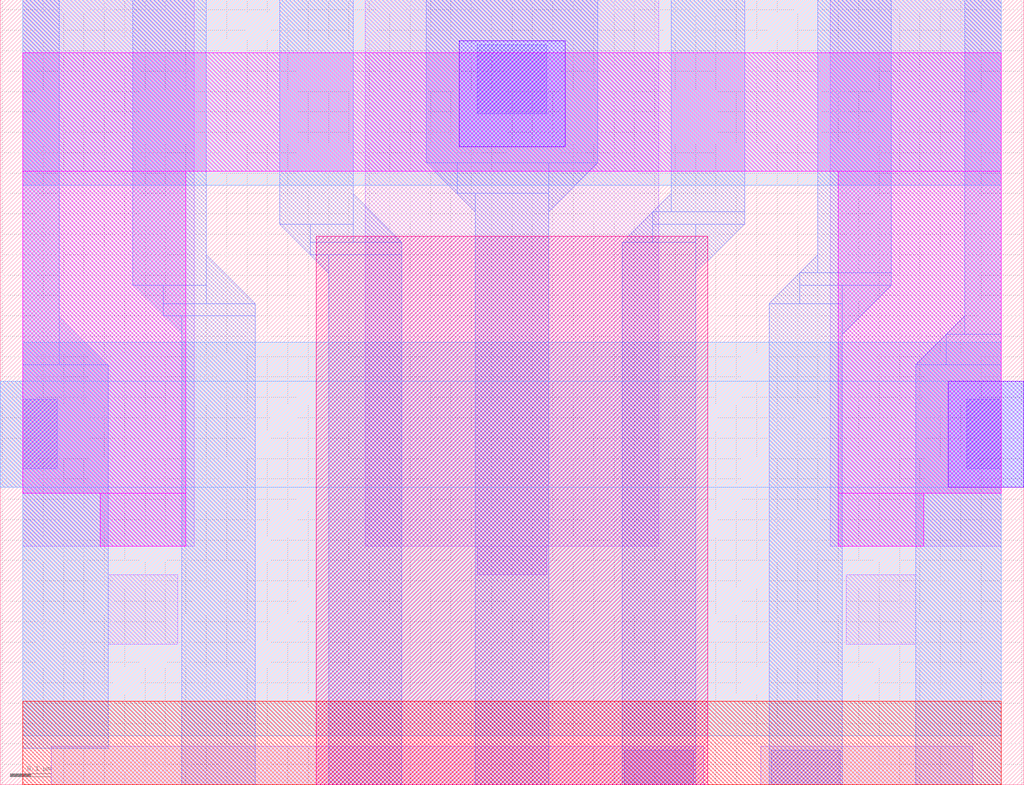
<source format=lef>
# Copyright 2020 The SkyWater PDK Authors
#
# Licensed under the Apache License, Version 2.0 (the "License");
# you may not use this file except in compliance with the License.
# You may obtain a copy of the License at
#
#     https://www.apache.org/licenses/LICENSE-2.0
#
# Unless required by applicable law or agreed to in writing, software
# distributed under the License is distributed on an "AS IS" BASIS,
# WITHOUT WARRANTIES OR CONDITIONS OF ANY KIND, either express or implied.
# See the License for the specific language governing permissions and
# limitations under the License.
#
# SPDX-License-Identifier: Apache-2.0

VERSION 5.7 ;
  NOWIREEXTENSIONATPIN ON ;
  DIVIDERCHAR "/" ;
  BUSBITCHARS "[]" ;
MACRO sky130_fd_bd_sram__sram_dp_colend_opt2
  CLASS BLOCK ;
  FOREIGN sky130_fd_bd_sram__sram_dp_colend_opt2 ;
  ORIGIN  0.055000  0.000000 ;
  SIZE  2.510000 BY  1.925000 ;
  OBS
    LAYER li1 ;
      RECT 0.000000 0.585000 0.420000 1.925000 ;
      RECT 0.070000 0.000000 1.670000 0.095000 ;
      RECT 0.210000 0.345000 0.380000 0.515000 ;
      RECT 0.840000 0.585000 1.560000 1.925000 ;
      RECT 1.115000 0.515000 1.285000 0.585000 ;
      RECT 1.810000 0.000000 2.330000 0.095000 ;
      RECT 1.980000 0.585000 2.400000 1.925000 ;
      RECT 2.020000 0.345000 2.190000 0.515000 ;
    LAYER mcon ;
      RECT 0.000000 0.775000 0.085000 0.945000 ;
      RECT 1.115000 1.645000 1.285000 1.815000 ;
      RECT 1.475000 0.000000 1.645000 0.085000 ;
      RECT 1.835000 0.000000 2.005000 0.085000 ;
      RECT 2.315000 0.775000 2.400000 0.945000 ;
    LAYER met1 ;
      POLYGON  0.090000 1.150000 0.210000 1.030000 0.090000 1.030000 ;
      POLYGON  0.270000 1.225000 0.345000 1.225000 0.345000 1.150000 ;
      POLYGON  0.345000 1.150000 0.390000 1.150000 0.390000 1.105000 ;
      POLYGON  0.450000 1.300000 0.570000 1.180000 0.450000 1.180000 ;
      POLYGON  0.630000 1.375000 0.705000 1.375000 0.705000 1.300000 ;
      POLYGON  0.705000 1.300000 0.750000 1.300000 0.750000 1.255000 ;
      POLYGON  0.810000 1.450000 0.930000 1.330000 0.810000 1.330000 ;
      POLYGON  0.990000 1.525000 1.065000 1.525000 1.065000 1.450000 ;
      POLYGON  1.065000 1.450000 1.110000 1.450000 1.110000 1.405000 ;
      POLYGON  1.290000 1.525000 1.410000 1.525000 1.290000 1.405000 ;
      POLYGON  1.545000 1.405000 1.545000 1.330000 1.470000 1.330000 ;
      POLYGON  1.590000 1.450000 1.590000 1.405000 1.545000 1.405000 ;
      POLYGON  1.650000 1.375000 1.770000 1.375000 1.650000 1.255000 ;
      POLYGON  1.905000 1.255000 1.905000 1.180000 1.830000 1.180000 ;
      POLYGON  1.950000 1.300000 1.950000 1.255000 1.905000 1.255000 ;
      POLYGON  2.010000 1.225000 2.130000 1.225000 2.010000 1.105000 ;
      POLYGON  2.265000 1.105000 2.265000 1.030000 2.190000 1.030000 ;
      POLYGON  2.310000 1.150000 2.310000 1.105000 2.265000 1.105000 ;
      RECT -0.055000 0.730000 0.210000 0.990000 ;
      RECT  0.000000 0.090000 0.210000 0.730000 ;
      RECT  0.000000 0.990000 0.210000 1.030000 ;
      RECT  0.000000 1.030000 0.090000 1.925000 ;
      RECT  0.270000 1.225000 0.450000 1.925000 ;
      RECT  0.345000 1.150000 0.570000 1.180000 ;
      RECT  0.345000 1.180000 0.450000 1.225000 ;
      RECT  0.390000 0.000000 0.570000 1.150000 ;
      RECT  0.630000 1.375000 0.810000 1.925000 ;
      RECT  0.705000 1.300000 0.930000 1.330000 ;
      RECT  0.705000 1.330000 0.810000 1.375000 ;
      RECT  0.750000 0.000000 0.930000 1.300000 ;
      RECT  0.990000 1.525000 1.410000 1.925000 ;
      RECT  1.065000 1.450000 1.290000 1.525000 ;
      RECT  1.110000 0.000000 1.290000 1.450000 ;
      RECT  1.470000 0.000000 1.650000 1.330000 ;
      RECT  1.545000 1.330000 1.650000 1.375000 ;
      RECT  1.545000 1.375000 1.770000 1.405000 ;
      RECT  1.590000 1.405000 1.770000 1.925000 ;
      RECT  1.830000 0.000000 2.010000 1.180000 ;
      RECT  1.905000 1.180000 2.010000 1.225000 ;
      RECT  1.905000 1.225000 2.130000 1.255000 ;
      RECT  1.950000 1.255000 2.130000 1.925000 ;
      RECT  2.190000 0.000000 2.400000 0.730000 ;
      RECT  2.190000 0.730000 2.455000 0.990000 ;
      RECT  2.190000 0.990000 2.400000 1.030000 ;
      RECT  2.265000 1.030000 2.400000 1.105000 ;
      RECT  2.310000 1.105000 2.400000 1.925000 ;
    LAYER met2 ;
      RECT -0.055000 0.730000 2.455000 0.990000 ;
      RECT  0.000000 0.120000 2.400000 0.730000 ;
      RECT  0.000000 0.990000 2.400000 1.085000 ;
      RECT  0.000000 1.470000 2.400000 1.925000 ;
    LAYER met3 ;
      RECT 0.000000 0.000000 2.400000 0.205000 ;
    LAYER nwell ;
      RECT 0.720000 0.000000 1.680000 1.345000 ;
    LAYER pwell ;
      RECT 0.000000 0.715000 0.400000 1.505000 ;
      RECT 0.000000 1.505000 2.400000 1.795000 ;
      RECT 0.190000 0.585000 0.400000 0.715000 ;
    LAYER pwell ;
      RECT 2.000000 0.585000 2.210000 0.715000 ;
      RECT 2.000000 0.715000 2.400000 1.505000 ;
    LAYER via ;
      RECT 1.070000 1.565000 1.330000 1.825000 ;
      RECT 2.270000 0.730000 2.455000 0.990000 ;
  END
END sky130_fd_bd_sram__sram_dp_colend_opt2
END LIBRARY

</source>
